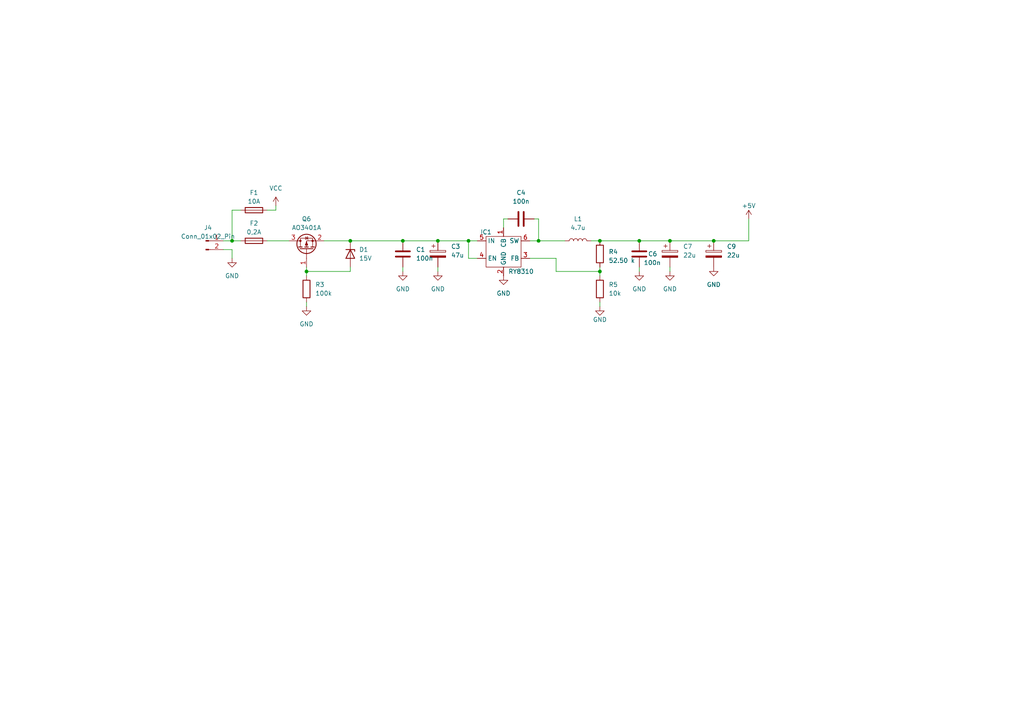
<source format=kicad_sch>
(kicad_sch (version 20230121) (generator eeschema)
  (paper "A4")
  (lib_symbols
    (symbol "Connector:Conn_01x02_Pin" (pin_names (offset 1.016) hide)
      (property "Reference" "J" (at 0 2.54 0))
      (property "Value" "Conn_01x02_Pin" (at 0 -5.08 0))
      (symbol "Conn_01x02_Pin_1_1"
        (polyline (pts (xy 1.27 -2.54) (xy 0.8636 -2.54)) (stroke (width 0.1524)))
        (polyline (pts (xy 1.27 0) (xy 0.8636 0)) (stroke (width 0.1524)))
        (rectangle (start 0.8636 -2.413) (end 0 -2.667) (stroke (width 0.1524)) (fill (type outline)))
        (rectangle (start 0.8636 0.127) (end 0 -0.127) (stroke (width 0.1524)) (fill (type outline)))
        (pin passive line (at 5.08 0 180) (length 3.81) (name "Pin_1") (number "1"))
        (pin passive line (at 5.08 -2.54 180) (length 3.81) (name "Pin_2") (number "2"))
      )
    )
    (symbol "Device:C" (pin_numbers hide) (pin_names (offset 0.254))
      (property "Reference" "C" (at 0.635 2.54 0))
      (property "Value" "C" (at 0.635 -2.54 0))
      (symbol "C_0_1"
        (polyline (pts (xy -2.032 -0.762) (xy 2.032 -0.762)) (stroke (width 0.508)))
        (polyline (pts (xy -2.032 0.762) (xy 2.032 0.762)) (stroke (width 0.508)))
      )
      (symbol "C_1_1"
        (pin passive line (at 0 3.81 270) (length 2.794) (name "~") (number "1"))
        (pin passive line (at 0 -3.81 90) (length 2.794) (name "~") (number "2"))
      )
    )
    (symbol "Device:C_Polarized" (pin_numbers hide) (pin_names (offset 0.254))
      (property "Reference" "C" (at 0.635 2.54 0))
      (property "Value" "C_Polarized" (at 0.635 -2.54 0))
      (symbol "C_Polarized_0_1"
        (rectangle (start -2.286 0.508) (end 2.286 1.016))
        (polyline (pts (xy -1.778 2.286) (xy -0.762 2.286)))
        (polyline (pts (xy -1.27 2.794) (xy -1.27 1.778)))
        (rectangle (start 2.286 -0.508) (end -2.286 -1.016) (fill (type outline)))
      )
      (symbol "C_Polarized_1_1"
        (pin passive line (at 0 3.81 270) (length 2.794) (name "~") (number "1"))
        (pin passive line (at 0 -3.81 90) (length 2.794) (name "~") (number "2"))
      )
    )
    (symbol "Device:D_Zener" (pin_numbers hide) (pin_names (offset 1.016) hide)
      (property "Reference" "D" (at 0 2.54 0))
      (property "Value" "D_Zener" (at 0 -2.54 0))
      (symbol "D_Zener_0_1"
        (polyline (pts (xy 1.27 0) (xy -1.27 0)))
        (polyline (pts (xy -1.27 -1.27) (xy -1.27 1.27) (xy -0.762 1.27)) (stroke (width 0.254)))
        (polyline (pts (xy 1.27 -1.27) (xy 1.27 1.27) (xy -1.27 0) (xy 1.27 -1.27)) (stroke (width 0.254)))
      )
      (symbol "D_Zener_1_1"
        (pin passive line (at -3.81 0 0) (length 2.54) (name "K") (number "1"))
        (pin passive line (at 3.81 0 180) (length 2.54) (name "A") (number "2"))
      )
    )
    (symbol "Device:Fuse" (pin_numbers hide) (pin_names (offset 0))
      (property "Reference" "F" (at 2.032 0 90))
      (property "Value" "Fuse" (at -1.905 0 90))
      (symbol "Fuse_0_1"
        (rectangle (start -0.762 -2.54) (end 0.762 2.54) (stroke (width 0.254)))
        (polyline (pts (xy 0 2.54) (xy 0 -2.54)))
      )
      (symbol "Fuse_1_1"
        (pin passive line (at 0 3.81 270) (length 1.27) (name "~") (number "1"))
        (pin passive line (at 0 -3.81 90) (length 1.27) (name "~") (number "2"))
      )
    )
    (symbol "Device:L" (pin_numbers hide) (pin_names (offset 1.016) hide)
      (property "Reference" "L" (at -1.27 0 90))
      (property "Value" "L" (at 1.905 0 90))
      (symbol "L_0_1"
        (arc (start 0 -2.54) (mid 0.6323 -1.905) (end 0 -1.27))
        (arc (start 0 -1.27) (mid 0.6323 -0.635) (end 0 0))
        (arc (start 0 0) (mid 0.6323 0.635) (end 0 1.27))
        (arc (start 0 1.27) (mid 0.6323 1.905) (end 0 2.54))
      )
      (symbol "L_1_1"
        (pin passive line (at 0 3.81 270) (length 1.27) (name "1") (number "1"))
        (pin passive line (at 0 -3.81 90) (length 1.27) (name "2") (number "2"))
      )
    )
    (symbol "Device:R" (pin_numbers hide) (pin_names (offset 0))
      (property "Reference" "R" (at 2.032 0 90))
      (property "Value" "R" (at 0 0 90))
      (symbol "R_0_1"
        (rectangle (start -1.016 -2.54) (end 1.016 2.54) (stroke (width 0.254)))
      )
      (symbol "R_1_1"
        (pin passive line (at 0 3.81 270) (length 1.27) (name "~") (number "1"))
        (pin passive line (at 0 -3.81 90) (length 1.27) (name "~") (number "2"))
      )
    )
    (symbol "Techbeard:RY8310"
      (property "Reference" "IC" (at -5.08 6.35 0))
      (property "Value" "RY8310" (at 5.08 6.35 0))
      (symbol "RY8310_0_1"
        (rectangle (start -5.08 5.08) (end 5.08 -3.81))
      )
      (symbol "RY8310_1_1"
        (pin input line (at 0 7.62 270) (length 2.54) (name "CB") (number "1"))
        (pin input line (at 0 -6.35 90) (length 2.54) (name "GND") (number "2"))
        (pin input line (at 7.62 -1.27 180) (length 2.54) (name "FB") (number "3"))
        (pin input line (at -7.62 -1.27 0) (length 2.54) (name "EN") (number "4"))
        (pin input line (at -7.62 3.81 0) (length 2.54) (name "IN") (number "5"))
        (pin input line (at 7.62 3.81 180) (length 2.54) (name "SW") (number "6"))
      )
    )
    (symbol "Transistor_FET:AO3401A" (pin_names hide)
      (property "Reference" "Q" (at 5.08 1.905 0))
      (property "Value" "AO3401A" (at 5.08 0 0))
      (symbol "AO3401A_0_1"
        (polyline (pts (xy 0.254 0) (xy -2.54 0)))
        (polyline (pts (xy 0.254 1.905) (xy 0.254 -1.905)) (stroke (width 0.254)))
        (polyline (pts (xy 0.762 -1.27) (xy 0.762 -2.286)) (stroke (width 0.254)))
        (polyline (pts (xy 0.762 0.508) (xy 0.762 -0.508)) (stroke (width 0.254)))
        (polyline (pts (xy 0.762 2.286) (xy 0.762 1.27)) (stroke (width 0.254)))
        (polyline (pts (xy 2.54 2.54) (xy 2.54 1.778)))
        (polyline (pts (xy 2.54 -2.54) (xy 2.54 0) (xy 0.762 0)))
        (polyline (pts (xy 0.762 1.778) (xy 3.302 1.778) (xy 3.302 -1.778) (xy 0.762 -1.778)))
        (polyline (pts (xy 2.286 0) (xy 1.27 0.381) (xy 1.27 -0.381) (xy 2.286 0)) (fill (type outline)))
        (polyline (pts (xy 2.794 -0.508) (xy 2.921 -0.381) (xy 3.683 -0.381) (xy 3.81 -0.254)))
        (polyline (pts (xy 3.302 -0.381) (xy 2.921 0.254) (xy 3.683 0.254) (xy 3.302 -0.381)))
        (circle (center 1.651 0) (radius 2.794) (stroke (width 0.254)))
        (circle (center 2.54 -1.778) (radius 0.254) (fill (type outline)))
        (circle (center 2.54 1.778) (radius 0.254) (fill (type outline)))
      )
      (symbol "AO3401A_1_1"
        (pin input line (at -5.08 0 0) (length 2.54) (name "G") (number "1"))
        (pin passive line (at 2.54 -5.08 90) (length 2.54) (name "S") (number "2"))
        (pin passive line (at 2.54 5.08 270) (length 2.54) (name "D") (number "3"))
      )
    )
    (symbol "power:+5V" (power) (pin_names (offset 0))
      (property "Value" "+5V" (at 0 3.556 0))
      (symbol "+5V_0_1"
        (polyline (pts (xy -0.762 1.27) (xy 0 2.54)))
        (polyline (pts (xy 0 0) (xy 0 2.54)))
        (polyline (pts (xy 0 2.54) (xy 0.762 1.27)))
      )
      (symbol "+5V_1_1"
        (pin power_in line (at 0 0 90) (length 0) hide (name "+5V") (number "1"))
      )
    )
    (symbol "power:GND" (power) (pin_names (offset 0))
      (property "Value" "GND" (at 0 -3.81 0))
      (symbol "GND_0_1"
        (polyline (pts (xy 0 0) (xy 0 -1.27) (xy 1.27 -1.27) (xy 0 -2.54) (xy -1.27 -1.27) (xy 0 -1.27)))
      )
      (symbol "GND_1_1"
        (pin power_in line (at 0 0 270) (length 0) hide (name "GND") (number "1"))
      )
    )
    (symbol "power:VCC" (power) (pin_names (offset 0))
      (property "Value" "VCC" (at 0 3.81 0))
      (symbol "VCC_0_1"
        (polyline (pts (xy -0.762 1.27) (xy 0 2.54)))
        (polyline (pts (xy 0 0) (xy 0 2.54)))
        (polyline (pts (xy 0 2.54) (xy 0.762 1.27)))
      )
      (symbol "VCC_1_1"
        (pin power_in line (at 0 0 90) (length 0) hide (name "VCC") (number "1"))
      )
    )
  )
  (junction (at 101.6 69.85))
  (junction (at 194.31 69.85))
  (junction (at 173.99 69.85))
  (junction (at 127 69.85))
  (junction (at 185.42 69.85))
  (junction (at 116.84 69.85))
  (junction (at 156.21 69.85))
  (junction (at 135.89 69.85))
  (junction (at 207.01 69.85))
  (junction (at 67.31 69.85))
  (junction (at 173.99 78.74))
  (junction (at 88.9 78.74))
  (wire (pts (xy 185.42 77.47) (xy 185.42 78.74)))
  (wire (pts (xy 156.21 69.85) (xy 163.83 69.85)))
  (wire (pts (xy 173.99 69.85) (xy 185.42 69.85)))
  (wire (pts (xy 173.99 78.74) (xy 173.99 80.01)))
  (wire (pts (xy 194.31 77.47) (xy 194.31 78.74)))
  (wire (pts (xy 161.29 74.93) (xy 161.29 78.74)))
  (wire (pts (xy 154.94 63.5) (xy 156.21 63.5)))
  (wire (pts (xy 173.99 87.63) (xy 173.99 88.9)))
  (wire (pts (xy 101.6 69.85) (xy 116.84 69.85)))
  (wire (pts (xy 88.9 77.47) (xy 88.9 78.74)))
  (wire (pts (xy 67.31 60.96) (xy 67.31 69.85)))
  (wire (pts (xy 138.43 74.93) (xy 135.89 74.93)))
  (wire (pts (xy 127 69.85) (xy 135.89 69.85)))
  (wire (pts (xy 93.98 69.85) (xy 101.6 69.85)))
  (wire (pts (xy 156.21 63.5) (xy 156.21 69.85)))
  (wire (pts (xy 207.01 69.85) (xy 217.17 69.85)))
  (wire (pts (xy 80.01 60.96) (xy 80.01 59.69)))
  (wire (pts (xy 101.6 77.47) (xy 101.6 78.74)))
  (wire (pts (xy 101.6 78.74) (xy 88.9 78.74)))
  (wire (pts (xy 67.31 72.39) (xy 67.31 74.93)))
  (wire (pts (xy 64.77 72.39) (xy 67.31 72.39)))
  (wire (pts (xy 153.67 69.85) (xy 156.21 69.85)))
  (wire (pts (xy 146.05 63.5) (xy 147.32 63.5)))
  (wire (pts (xy 146.05 63.5) (xy 146.05 66.04)))
  (wire (pts (xy 173.99 77.47) (xy 173.99 78.74)))
  (wire (pts (xy 116.84 69.85) (xy 127 69.85)))
  (wire (pts (xy 77.47 60.96) (xy 80.01 60.96)))
  (wire (pts (xy 88.9 87.63) (xy 88.9 88.9)))
  (wire (pts (xy 153.67 74.93) (xy 161.29 74.93)))
  (wire (pts (xy 116.84 77.47) (xy 116.84 78.74)))
  (wire (pts (xy 64.77 69.85) (xy 67.31 69.85)))
  (wire (pts (xy 185.42 69.85) (xy 194.31 69.85)))
  (wire (pts (xy 161.29 78.74) (xy 173.99 78.74)))
  (wire (pts (xy 135.89 69.85) (xy 138.43 69.85)))
  (wire (pts (xy 69.85 60.96) (xy 67.31 60.96)))
  (wire (pts (xy 88.9 78.74) (xy 88.9 80.01)))
  (wire (pts (xy 67.31 69.85) (xy 69.85 69.85)))
  (wire (pts (xy 194.31 69.85) (xy 207.01 69.85)))
  (wire (pts (xy 77.47 69.85) (xy 83.82 69.85)))
  (wire (pts (xy 135.89 74.93) (xy 135.89 69.85)))
  (wire (pts (xy 217.17 63.5) (xy 217.17 69.85)))
  (wire (pts (xy 127 77.47) (xy 127 78.74)))
  (wire (pts (xy 171.45 69.85) (xy 173.99 69.85)))
  (symbol (lib_id "Device:R") (at 173.99 73.66 180) (unit 1)
    (property "Reference" "R4" (at 176.53 73.025 0) (effects (justify right)))
    (property "Value" "52.50 k" (at 176.53 75.565 0) (effects (justify right)))
    (property "Footprint" "Resistor_SMD:R_0402_1005Metric" (effects hide))
    (instances (project "StripController" (path "" (reference "R4") (unit 1))) (project "CCController" (path "" (reference "R13") (unit 1))) (project "Controller_Room" (path "" (reference "R10") (unit 1))))
  )
  (symbol (lib_id "power:GND") (at 127 78.74 0) (unit 1)
    (property "Reference" "#PWR013" (effects hide))
    (property "Value" "GND" (at 127 83.82 0))
    (instances (project "StripController" (path "" (reference "#PWR013") (unit 1))) (project "CCController" (path "" (reference "#PWR040") (unit 1))) (project "Controller_Room" (path "" (reference "#PWR0119") (unit 1))))
  )
  (symbol (lib_id "power:GND") (at 146.05 80.01 0) (unit 1)
    (property "Reference" "#PWR015" (effects hide))
    (property "Value" "GND" (at 146.05 85.09 0))
    (instances (project "StripController" (path "" (reference "#PWR015") (unit 1))) (project "CCController" (path "" (reference "#PWR043") (unit 1))) (project "Controller_Room" (path "" (reference "#PWR0127") (unit 1))))
  )
  (symbol (lib_id "Device:C_Polarized") (at 194.31 73.66 0) (unit 1)
    (property "Reference" "C7" (at 198.12 71.5009 0) (effects (justify left)))
    (property "Value" "22u" (at 198.12 74.0409 0) (effects (justify left)))
    (property "Footprint" "Capacitor_SMD:CP_Elec_5x5.4" (effects hide))
    (instances (project "StripController" (path "" (reference "C7") (unit 1))) (project "CCController" (path "" (reference "C29") (unit 1))) (project "Controller_Room" (path "" (reference "C6") (unit 1))))
  )
  (symbol (lib_id "Device:Fuse") (at 73.66 69.85 90) (unit 1)
    (property "Reference" "F2" (at 73.66 64.77 90))
    (property "Value" "0,2A" (at 73.66 67.31 90))
    (property "Footprint" "Fuse:Fuse_0402_1005Metric" (effects hide))
  )
  (symbol (lib_id "Device:R") (at 88.9 83.82 0) (unit 1)
    (property "Reference" "R3" (at 91.44 82.5499 0) (effects (justify left)))
    (property "Value" "100k" (at 91.44 85.0899 0) (effects (justify left)))
    (property "Footprint" "Resistor_SMD:R_0402_1005Metric" (effects hide))
    (instances (project "StripController" (path "" (reference "R3") (unit 1))) (project "CCController" (path "" (reference "R6") (unit 1))) (project "Controller_Room" (path "" (reference "R4") (unit 1))))
  )
  (symbol (lib_id "power:GND") (at 194.31 78.74 0) (unit 1)
    (property "Reference" "#PWR021" (effects hide))
    (property "Value" "GND" (at 194.31 83.82 0))
    (instances (project "StripController" (path "" (reference "#PWR021") (unit 1))) (project "CCController" (path "" (reference "#PWR055") (unit 1))) (project "Controller_Room" (path "" (reference "#PWR0125") (unit 1))))
  )
  (symbol (lib_id "Device:D_Zener") (at 101.6 73.66 270) (unit 1)
    (property "Reference" "D1" (at 104.14 72.3899 90) (effects (justify left)))
    (property "Value" "15V" (at 104.14 74.9299 90) (effects (justify left)))
    (property "Footprint" "Diode_SMD:D_0402_1005Metric" (effects hide))
    (instances (project "StripController" (path "" (reference "D1") (unit 1))) (project "CCController" (path "" (reference "D6") (unit 1))) (project "Controller_Room" (path "" (reference "D4") (unit 1))))
  )
  (symbol (lib_id "power:GND") (at 185.42 78.74 0) (unit 1)
    (property "Reference" "#PWR017" (effects hide))
    (property "Value" "GND" (at 185.42 83.82 0))
    (instances (project "StripController" (path "" (reference "#PWR017") (unit 1))) (project "CCController" (path "" (reference "#PWR052") (unit 1))) (project "Controller_Room" (path "" (reference "#PWR0129") (unit 1))))
  )
  (symbol (lib_id "Device:L") (at 167.64 69.85 90) (unit 1)
    (property "Reference" "L1" (at 167.64 63.5 90))
    (property "Value" "4.7u" (at 167.64 66.04 90))
    (property "Footprint" "Inductor_SMD:L_Abracon_ASPI-0630LR" (effects hide))
    (instances (project "StripController" (path "" (reference "L1") (unit 1))) (project "CCController" (path "" (reference "L6") (unit 1))) (project "Controller_Room" (path "" (reference "L1") (unit 1))))
  )
  (symbol (lib_id "power:GND") (at 116.84 78.74 0) (unit 1)
    (property "Reference" "#PWR012" (effects hide))
    (property "Value" "GND" (at 116.84 83.82 0))
    (instances (project "StripController" (path "" (reference "#PWR012") (unit 1))) (project "CCController" (path "" (reference "#PWR039") (unit 1))) (project "Controller_Room" (path "" (reference "#PWR0118") (unit 1))))
  )
  (symbol (lib_id "Device:C_Polarized") (at 207.01 73.66 0) (unit 1)
    (property "Reference" "C9" (at 210.82 71.5009 0) (effects (justify left)))
    (property "Value" "22u" (at 210.82 74.0409 0) (effects (justify left)))
    (property "Footprint" "Capacitor_SMD:CP_Elec_5x5.4" (effects hide))
    (instances (project "StripController" (path "" (reference "C9") (unit 1))) (project "CCController" (path "" (reference "C31") (unit 1))) (project "Controller_Room" (path "" (reference "C6") (unit 1))))
  )
  (symbol (lib_id "Device:R") (at 173.99 83.82 180) (unit 1)
    (property "Reference" "R5" (at 176.53 82.5499 0) (effects (justify right)))
    (property "Value" "10k" (at 176.53 85.0899 0) (effects (justify right)))
    (property "Footprint" "Resistor_SMD:R_0402_1005Metric" (effects hide))
    (instances (project "StripController" (path "" (reference "R5") (unit 1))) (project "CCController" (path "" (reference "R14") (unit 1))) (project "Controller_Room" (path "" (reference "R11") (unit 1))))
  )
  (symbol (lib_id "Device:C") (at 151.13 63.5 90) (unit 1)
    (property "Reference" "C4" (at 151.13 55.88 90))
    (property "Value" "100n" (at 151.13 58.42 90))
    (property "Footprint" "Capacitor_SMD:C_0402_1005Metric" (effects hide))
    (instances (project "StripController" (path "" (reference "C4") (unit 1))) (project "CCController" (path "" (reference "C26") (unit 1))) (project "Controller_Room" (path "" (reference "C4") (unit 1))))
  )
  (symbol (lib_id "Connector:Conn_01x02_Pin") (at 59.69 69.85 0) (unit 1)
    (property "Reference" "J4" (at 60.325 66.04 0))
    (property "Value" "Conn_01x02_Pin" (at 60.325 68.58 0))
    (property "Footprint" "TerminalBlock_Phoenix:TerminalBlock_Phoenix_MKDS-1,5-2_1x02_P5.00mm_Horizontal" (effects hide))
    (instances (project "StripController" (path "" (reference "J4") (unit 1))) (project "CCController" (path "" (reference "J11") (unit 1))))
  )
  (symbol (lib_id "power:GND") (at 207.01 77.47 0) (unit 1)
    (property "Reference" "#PWR06" (effects hide))
    (property "Value" "GND" (at 207.01 82.55 0))
    (instances (project "StripController" (path "" (reference "#PWR06") (unit 1))) (project "CCController" (path "" (reference "#PWR057") (unit 1))) (project "Controller_Room" (path "" (reference "#PWR0125") (unit 1))))
  )
  (symbol (lib_id "power:GND") (at 88.9 88.9 0) (unit 1)
    (property "Reference" "#PWR05" (effects hide))
    (property "Value" "GND" (at 88.9 93.98 0))
    (instances (project "StripController" (path "" (reference "#PWR05") (unit 1))) (project "CCController" (path "" (reference "#PWR032") (unit 1))) (project "Controller_Room" (path "" (reference "#PWR0107") (unit 1))))
  )
  (symbol (lib_id "power:+5V") (at 217.17 63.5 0) (unit 1)
    (property "Reference" "#PWR03" (effects hide))
    (property "Value" "+5V" (at 217.17 59.69 0))
    (instances (project "StripController" (path "" (reference "#PWR03") (unit 1))) (project "CCController" (path "" (reference "#PWR060") (unit 1))))
  )
  (symbol (lib_id "Device:C") (at 185.42 73.66 0) (unit 1)
    (property "Reference" "C6" (at 187.96 73.66 0) (effects (justify left)))
    (property "Value" "100n" (at 186.69 76.2 0) (effects (justify left)))
    (property "Footprint" "Capacitor_SMD:C_0402_1005Metric" (effects hide))
    (instances (project "StripController" (path "" (reference "C6") (unit 1))) (project "CCController" (path "" (reference "C28") (unit 1))) (project "Controller_Room" (path "" (reference "C5") (unit 1))))
  )
  (symbol (lib_id "Device:C_Polarized") (at 127 73.66 0) (unit 1)
    (property "Reference" "C3" (at 130.81 71.5009 0) (effects (justify left)))
    (property "Value" "47u" (at 130.81 74.0409 0) (effects (justify left)))
    (property "Footprint" "Capacitor_SMD:CP_Elec_5x5.4" (effects hide))
    (instances (project "StripController" (path "" (reference "C3") (unit 1))) (project "CCController" (path "" (reference "C25") (unit 1))) (project "Controller_Room" (path "" (reference "C2") (unit 1))))
  )
  (symbol (lib_id "power:VCC") (at 80.01 59.69 0) (unit 1)
    (property "Reference" "#PWR01" (effects hide))
    (property "Value" "VCC" (at 80.01 54.61 0))
    (instances (project "StripController" (path "" (reference "#PWR01") (unit 1))) (project "Controller_Window" (path "" (reference "#PWR0109") (unit 1))) (project "CCController" (path "" (reference "#PWR031") (unit 1))))
  )
  (symbol (lib_id "Device:C") (at 116.84 73.66 0) (unit 1)
    (property "Reference" "C1" (at 120.65 72.3899 0) (effects (justify left)))
    (property "Value" "100n" (at 120.65 74.9299 0) (effects (justify left)))
    (property "Footprint" "Capacitor_SMD:C_0402_1005Metric" (effects hide))
    (instances (project "StripController" (path "" (reference "C1") (unit 1))) (project "CCController" (path "" (reference "C24") (unit 1))) (project "Controller_Room" (path "" (reference "C1") (unit 1))))
  )
  (symbol (lib_id "power:GND") (at 67.31 74.93 0) (unit 1)
    (property "Reference" "#PWR04" (effects hide))
    (property "Value" "GND" (at 67.31 80.01 0))
    (instances (project "StripController" (path "" (reference "#PWR04") (unit 1))) (project "CCController" (path "" (reference "#PWR027") (unit 1))) (project "Controller_Room" (path "" (reference "#PWR0107") (unit 1))))
  )
  (symbol (lib_id "Device:Fuse") (at 73.66 60.96 90) (unit 1)
    (property "Reference" "F1" (at 73.66 55.88 90))
    (property "Value" "10A" (at 73.66 58.42 90))
    (property "Footprint" "Fuse:Fuseholder_Clip-5x20mm_Schurter_CQM_Inline_P20.60x5.00mm_D1.00mm_Horizontal" (effects hide))
  )
  (symbol (lib_id "Techbeard:RY8310") (at 146.05 73.66 0) (unit 1)
    (property "Reference" "IC1" (at 140.97 67.31 0))
    (property "Value" "RY8310" (at 151.13 78.74 0))
    (property "Footprint" "Package_TO_SOT_SMD:SOT-23-6" (effects hide))
    (property "Datasheet" "https://datasheet.lcsc.com/lcsc/2202151030_RYCHIP-Semiconductor-Inc--RY8310_C370876.pdf" (effects hide))
    (instances (project "StripController" (path "" (reference "IC1") (unit 1))) (project "CCController" (path "" (reference "IC2") (unit 1))) (project "Controller_Room" (path "" (reference "IC1") (unit 1))))
  )
  (symbol (lib_id "power:GND") (at 173.99 88.9 0) (unit 1)
    (property "Reference" "#PWR016" (effects hide))
    (property "Value" "GND" (at 173.99 92.71 0))
    (instances (project "StripController" (path "" (reference "#PWR016") (unit 1))) (project "CCController" (path "" (reference "#PWR051") (unit 1))) (project "Controller_Room" (path "" (reference "#PWR0131") (unit 1))))
  )
  (symbol (lib_id "Transistor_FET:AO3401A") (at 88.9 72.39 90) (unit 1)
    (property "Reference" "Q6" (at 88.9 63.5 90))
    (property "Value" "AO3401A" (at 88.9 66.04 90))
    (property "Footprint" "Package_TO_SOT_SMD:SOT-23" (effects hide))
    (property "Datasheet" "http://www.aosmd.com/pdfs/datasheet/AO3401A.pdf" (effects hide))
    (instances (project "StripController" (path "" (reference "Q6") (unit 1))) (project "CCController" (path "" (reference "Q1") (unit 1))))
  )
)
</source>
